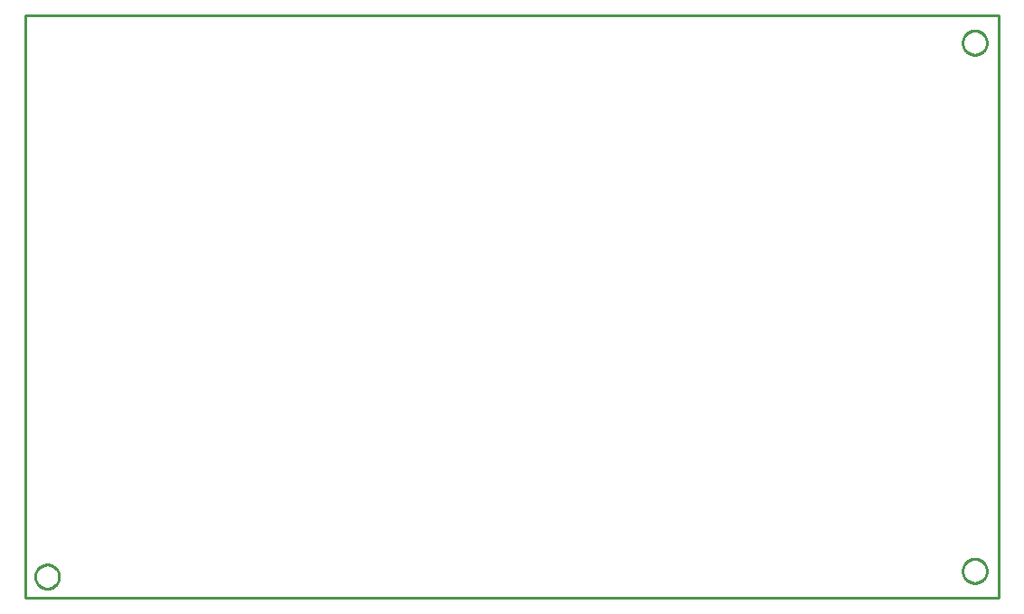
<source format=gbr>
G04 EAGLE Gerber RS-274X export*
G75*
%MOMM*%
%FSLAX34Y34*%
%LPD*%
%IN*%
%IPPOS*%
%AMOC8*
5,1,8,0,0,1.08239X$1,22.5*%
G01*
%ADD10C,0.254000*%


D10*
X0Y0D02*
X911100Y0D01*
X911100Y546000D01*
X0Y546000D01*
X0Y0D01*
X31250Y19558D02*
X31181Y18677D01*
X31042Y17804D01*
X30836Y16944D01*
X30563Y16103D01*
X30225Y15286D01*
X29823Y14499D01*
X29361Y13745D01*
X28842Y13030D01*
X28268Y12358D01*
X27642Y11733D01*
X26970Y11158D01*
X26255Y10639D01*
X25501Y10177D01*
X24714Y9776D01*
X23897Y9437D01*
X23056Y9164D01*
X22196Y8958D01*
X21323Y8819D01*
X20442Y8750D01*
X19558Y8750D01*
X18677Y8819D01*
X17804Y8958D01*
X16944Y9164D01*
X16103Y9437D01*
X15286Y9776D01*
X14499Y10177D01*
X13745Y10639D01*
X13030Y11158D01*
X12358Y11733D01*
X11733Y12358D01*
X11158Y13030D01*
X10639Y13745D01*
X10177Y14499D01*
X9776Y15286D01*
X9437Y16103D01*
X9164Y16944D01*
X8958Y17804D01*
X8819Y18677D01*
X8750Y19558D01*
X8750Y20442D01*
X8819Y21323D01*
X8958Y22196D01*
X9164Y23056D01*
X9437Y23897D01*
X9776Y24714D01*
X10177Y25501D01*
X10639Y26255D01*
X11158Y26970D01*
X11733Y27642D01*
X12358Y28268D01*
X13030Y28842D01*
X13745Y29361D01*
X14499Y29823D01*
X15286Y30225D01*
X16103Y30563D01*
X16944Y30836D01*
X17804Y31042D01*
X18677Y31181D01*
X19558Y31250D01*
X20442Y31250D01*
X21323Y31181D01*
X22196Y31042D01*
X23056Y30836D01*
X23897Y30563D01*
X24714Y30225D01*
X25501Y29823D01*
X26255Y29361D01*
X26970Y28842D01*
X27642Y28268D01*
X28268Y27642D01*
X28842Y26970D01*
X29361Y26255D01*
X29823Y25501D01*
X30225Y24714D01*
X30563Y23897D01*
X30836Y23056D01*
X31042Y22196D01*
X31181Y21323D01*
X31250Y20442D01*
X31250Y19558D01*
X900250Y520258D02*
X900181Y519377D01*
X900042Y518504D01*
X899836Y517644D01*
X899563Y516803D01*
X899225Y515986D01*
X898823Y515199D01*
X898361Y514445D01*
X897842Y513730D01*
X897268Y513058D01*
X896642Y512433D01*
X895970Y511858D01*
X895255Y511339D01*
X894501Y510877D01*
X893714Y510476D01*
X892897Y510137D01*
X892056Y509864D01*
X891196Y509658D01*
X890323Y509519D01*
X889442Y509450D01*
X888558Y509450D01*
X887677Y509519D01*
X886804Y509658D01*
X885944Y509864D01*
X885103Y510137D01*
X884286Y510476D01*
X883499Y510877D01*
X882745Y511339D01*
X882030Y511858D01*
X881358Y512433D01*
X880733Y513058D01*
X880158Y513730D01*
X879639Y514445D01*
X879177Y515199D01*
X878776Y515986D01*
X878437Y516803D01*
X878164Y517644D01*
X877958Y518504D01*
X877819Y519377D01*
X877750Y520258D01*
X877750Y521142D01*
X877819Y522023D01*
X877958Y522896D01*
X878164Y523756D01*
X878437Y524597D01*
X878776Y525414D01*
X879177Y526201D01*
X879639Y526955D01*
X880158Y527670D01*
X880733Y528342D01*
X881358Y528968D01*
X882030Y529542D01*
X882745Y530061D01*
X883499Y530523D01*
X884286Y530925D01*
X885103Y531263D01*
X885944Y531536D01*
X886804Y531742D01*
X887677Y531881D01*
X888558Y531950D01*
X889442Y531950D01*
X890323Y531881D01*
X891196Y531742D01*
X892056Y531536D01*
X892897Y531263D01*
X893714Y530925D01*
X894501Y530523D01*
X895255Y530061D01*
X895970Y529542D01*
X896642Y528968D01*
X897268Y528342D01*
X897842Y527670D01*
X898361Y526955D01*
X898823Y526201D01*
X899225Y525414D01*
X899563Y524597D01*
X899836Y523756D01*
X900042Y522896D01*
X900181Y522023D01*
X900250Y521142D01*
X900250Y520258D01*
X900250Y24958D02*
X900181Y24077D01*
X900042Y23204D01*
X899836Y22344D01*
X899563Y21503D01*
X899225Y20686D01*
X898823Y19899D01*
X898361Y19145D01*
X897842Y18430D01*
X897268Y17758D01*
X896642Y17133D01*
X895970Y16558D01*
X895255Y16039D01*
X894501Y15577D01*
X893714Y15176D01*
X892897Y14837D01*
X892056Y14564D01*
X891196Y14358D01*
X890323Y14219D01*
X889442Y14150D01*
X888558Y14150D01*
X887677Y14219D01*
X886804Y14358D01*
X885944Y14564D01*
X885103Y14837D01*
X884286Y15176D01*
X883499Y15577D01*
X882745Y16039D01*
X882030Y16558D01*
X881358Y17133D01*
X880733Y17758D01*
X880158Y18430D01*
X879639Y19145D01*
X879177Y19899D01*
X878776Y20686D01*
X878437Y21503D01*
X878164Y22344D01*
X877958Y23204D01*
X877819Y24077D01*
X877750Y24958D01*
X877750Y25842D01*
X877819Y26723D01*
X877958Y27596D01*
X878164Y28456D01*
X878437Y29297D01*
X878776Y30114D01*
X879177Y30901D01*
X879639Y31655D01*
X880158Y32370D01*
X880733Y33042D01*
X881358Y33668D01*
X882030Y34242D01*
X882745Y34761D01*
X883499Y35223D01*
X884286Y35625D01*
X885103Y35963D01*
X885944Y36236D01*
X886804Y36442D01*
X887677Y36581D01*
X888558Y36650D01*
X889442Y36650D01*
X890323Y36581D01*
X891196Y36442D01*
X892056Y36236D01*
X892897Y35963D01*
X893714Y35625D01*
X894501Y35223D01*
X895255Y34761D01*
X895970Y34242D01*
X896642Y33668D01*
X897268Y33042D01*
X897842Y32370D01*
X898361Y31655D01*
X898823Y30901D01*
X899225Y30114D01*
X899563Y29297D01*
X899836Y28456D01*
X900042Y27596D01*
X900181Y26723D01*
X900250Y25842D01*
X900250Y24958D01*
M02*

</source>
